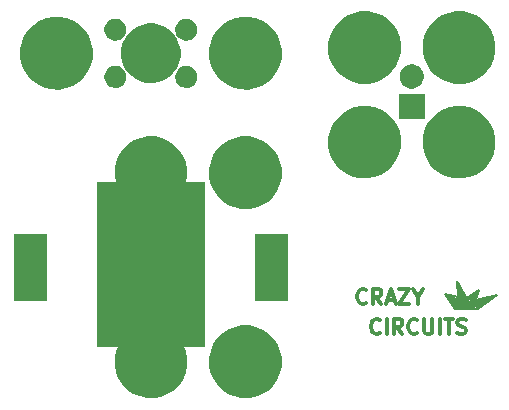
<source format=gts>
%TF.GenerationSoftware,KiCad,Pcbnew,4.0.4+e1-6308~48~ubuntu16.04.1-stable*%
%TF.CreationDate,2016-12-29T12:41:29-08:00*%
%TF.ProjectId,LegoLED-Button-Battery,4C65676F4C45442D427574746F6E2D42,rev?*%
%TF.FileFunction,Soldermask,Top*%
%FSLAX46Y46*%
G04 Gerber Fmt 4.6, Leading zero omitted, Abs format (unit mm)*
G04 Created by KiCad (PCBNEW 4.0.4+e1-6308~48~ubuntu16.04.1-stable) date Thu Dec 29 12:41:29 2016*
%MOMM*%
%LPD*%
G01*
G04 APERTURE LIST*
%ADD10C,0.350000*%
%ADD11C,0.317500*%
%ADD12C,0.152400*%
%ADD13C,0.254000*%
G04 APERTURE END LIST*
D10*
D11*
X176723524Y-113102571D02*
X176663048Y-113163048D01*
X176481619Y-113223524D01*
X176360667Y-113223524D01*
X176179239Y-113163048D01*
X176058286Y-113042095D01*
X175997810Y-112921143D01*
X175937334Y-112679238D01*
X175937334Y-112497810D01*
X175997810Y-112255905D01*
X176058286Y-112134952D01*
X176179239Y-112014000D01*
X176360667Y-111953524D01*
X176481619Y-111953524D01*
X176663048Y-112014000D01*
X176723524Y-112074476D01*
X177267810Y-113223524D02*
X177267810Y-111953524D01*
X178598286Y-113223524D02*
X178174953Y-112618762D01*
X177872572Y-113223524D02*
X177872572Y-111953524D01*
X178356381Y-111953524D01*
X178477334Y-112014000D01*
X178537810Y-112074476D01*
X178598286Y-112195429D01*
X178598286Y-112376857D01*
X178537810Y-112497810D01*
X178477334Y-112558286D01*
X178356381Y-112618762D01*
X177872572Y-112618762D01*
X179868286Y-113102571D02*
X179807810Y-113163048D01*
X179626381Y-113223524D01*
X179505429Y-113223524D01*
X179324001Y-113163048D01*
X179203048Y-113042095D01*
X179142572Y-112921143D01*
X179082096Y-112679238D01*
X179082096Y-112497810D01*
X179142572Y-112255905D01*
X179203048Y-112134952D01*
X179324001Y-112014000D01*
X179505429Y-111953524D01*
X179626381Y-111953524D01*
X179807810Y-112014000D01*
X179868286Y-112074476D01*
X180412572Y-111953524D02*
X180412572Y-112981619D01*
X180473048Y-113102571D01*
X180533524Y-113163048D01*
X180654477Y-113223524D01*
X180896381Y-113223524D01*
X181017334Y-113163048D01*
X181077810Y-113102571D01*
X181138286Y-112981619D01*
X181138286Y-111953524D01*
X181743048Y-113223524D02*
X181743048Y-111953524D01*
X182166381Y-111953524D02*
X182892096Y-111953524D01*
X182529239Y-113223524D02*
X182529239Y-111953524D01*
X183254953Y-113163048D02*
X183436381Y-113223524D01*
X183738762Y-113223524D01*
X183859715Y-113163048D01*
X183920191Y-113102571D01*
X183980667Y-112981619D01*
X183980667Y-112860667D01*
X183920191Y-112739714D01*
X183859715Y-112679238D01*
X183738762Y-112618762D01*
X183496858Y-112558286D01*
X183375905Y-112497810D01*
X183315429Y-112437333D01*
X183254953Y-112316381D01*
X183254953Y-112195429D01*
X183315429Y-112074476D01*
X183375905Y-112014000D01*
X183496858Y-111953524D01*
X183799238Y-111953524D01*
X183980667Y-112014000D01*
X175547262Y-110562571D02*
X175486786Y-110623048D01*
X175305357Y-110683524D01*
X175184405Y-110683524D01*
X175002977Y-110623048D01*
X174882024Y-110502095D01*
X174821548Y-110381143D01*
X174761072Y-110139238D01*
X174761072Y-109957810D01*
X174821548Y-109715905D01*
X174882024Y-109594952D01*
X175002977Y-109474000D01*
X175184405Y-109413524D01*
X175305357Y-109413524D01*
X175486786Y-109474000D01*
X175547262Y-109534476D01*
X176817262Y-110683524D02*
X176393929Y-110078762D01*
X176091548Y-110683524D02*
X176091548Y-109413524D01*
X176575357Y-109413524D01*
X176696310Y-109474000D01*
X176756786Y-109534476D01*
X176817262Y-109655429D01*
X176817262Y-109836857D01*
X176756786Y-109957810D01*
X176696310Y-110018286D01*
X176575357Y-110078762D01*
X176091548Y-110078762D01*
X177301072Y-110320667D02*
X177905834Y-110320667D01*
X177180119Y-110683524D02*
X177603453Y-109413524D01*
X178026786Y-110683524D01*
X178329167Y-109413524D02*
X179175833Y-109413524D01*
X178329167Y-110683524D01*
X179175833Y-110683524D01*
X179901548Y-110078762D02*
X179901548Y-110683524D01*
X179478214Y-109413524D02*
X179901548Y-110078762D01*
X180324881Y-109413524D01*
D12*
X186118500Y-110045500D02*
X184975500Y-110998000D01*
X184785000Y-110998000D02*
X186118500Y-110045500D01*
X185737500Y-110172500D02*
X184785000Y-110998000D01*
X184658000Y-110934500D02*
X185737500Y-110172500D01*
X185547000Y-110236000D02*
X184658000Y-110934500D01*
X184404000Y-110998000D02*
X185547000Y-110236000D01*
X185229500Y-110363000D02*
X184404000Y-110998000D01*
X184277000Y-110934500D02*
X185229500Y-110363000D01*
X185039000Y-110363000D02*
X184277000Y-110934500D01*
X184277000Y-110807500D02*
X185039000Y-110363000D01*
X184785000Y-110363000D02*
X184277000Y-110807500D01*
X184213500Y-110680500D02*
X184785000Y-110363000D01*
X184785000Y-110172500D02*
X184213500Y-110680500D01*
X184785000Y-110045500D02*
X184150000Y-110553500D01*
X184912000Y-109855000D02*
X184086500Y-110426500D01*
X184912000Y-109728000D02*
X184086500Y-110299500D01*
D13*
X183070500Y-110934500D02*
X182435500Y-110045500D01*
D12*
X184975500Y-111061500D02*
X183007000Y-111061500D01*
X186563000Y-109918500D02*
X184975500Y-111061500D01*
X184785000Y-110363000D02*
X186563000Y-109918500D01*
X185102500Y-109474000D02*
X184785000Y-110363000D01*
X184023000Y-110172500D02*
X185102500Y-109474000D01*
X183197500Y-108712000D02*
X184023000Y-110236000D01*
X183261000Y-110109000D02*
X183197500Y-108712000D01*
X182181500Y-109855000D02*
X183261000Y-110109000D01*
X183007000Y-111061500D02*
X182181500Y-109855000D01*
D13*
X183261000Y-110934500D02*
X182626000Y-110045500D01*
X183451500Y-110934500D02*
X182880000Y-110109000D01*
X183578500Y-110934500D02*
X183134000Y-110172500D01*
X183832500Y-110934500D02*
X183388000Y-110109000D01*
X184023000Y-110934500D02*
X183451500Y-109855000D01*
X184213500Y-110934500D02*
X183324500Y-109220000D01*
X183388000Y-109918500D02*
X183324500Y-109093000D01*
D10*
G36*
X157624310Y-96493847D02*
X158215255Y-96615151D01*
X158771398Y-96848932D01*
X159271534Y-97186278D01*
X159696621Y-97614343D01*
X160030466Y-98116821D01*
X160260356Y-98674576D01*
X160377464Y-99266014D01*
X160377464Y-99266024D01*
X160377531Y-99266363D01*
X160367910Y-99955416D01*
X160367833Y-99955754D01*
X160367833Y-99955762D01*
X160295135Y-100275745D01*
X160293961Y-100289992D01*
X160296802Y-100304001D01*
X160303434Y-100316665D01*
X160313331Y-100326979D01*
X160325710Y-100334128D01*
X160344673Y-100337800D01*
X161881400Y-100337800D01*
X161881400Y-114290200D01*
X160177812Y-114290200D01*
X160163659Y-114292211D01*
X160150628Y-114298086D01*
X160139748Y-114307358D01*
X160131883Y-114319294D01*
X160127654Y-114332949D01*
X160127397Y-114347242D01*
X160130845Y-114360358D01*
X160260356Y-114674576D01*
X160377464Y-115266014D01*
X160377464Y-115266024D01*
X160377531Y-115266363D01*
X160367910Y-115955416D01*
X160367833Y-115955754D01*
X160367833Y-115955762D01*
X160234257Y-116543701D01*
X159988885Y-117094816D01*
X159641137Y-117587778D01*
X159204262Y-118003809D01*
X158694900Y-118327061D01*
X158132454Y-118545219D01*
X157538347Y-118649976D01*
X156935203Y-118637342D01*
X156346000Y-118507797D01*
X155793182Y-118266277D01*
X155297807Y-117921982D01*
X154878737Y-117488023D01*
X154551938Y-116980930D01*
X154329856Y-116420014D01*
X154220955Y-115826658D01*
X154229377Y-115223441D01*
X154354806Y-114633347D01*
X154471528Y-114361012D01*
X154475255Y-114347212D01*
X154474989Y-114332920D01*
X154470752Y-114319267D01*
X154462880Y-114307335D01*
X154451995Y-114298069D01*
X154438960Y-114292203D01*
X154424836Y-114290200D01*
X152729000Y-114290200D01*
X152729000Y-100337800D01*
X154253795Y-100337800D01*
X154267948Y-100335789D01*
X154280979Y-100329914D01*
X154291859Y-100320642D01*
X154299724Y-100308706D01*
X154303953Y-100295051D01*
X154303760Y-100277830D01*
X154220955Y-99826658D01*
X154229377Y-99223441D01*
X154354806Y-98633347D01*
X154592459Y-98078858D01*
X154933291Y-97581088D01*
X155364312Y-97159000D01*
X155869113Y-96828668D01*
X156428459Y-96602677D01*
X157021045Y-96489636D01*
X157624310Y-96493847D01*
X157624310Y-96493847D01*
G37*
G36*
X165624310Y-112493847D02*
X166215255Y-112615151D01*
X166771398Y-112848932D01*
X167271534Y-113186278D01*
X167696621Y-113614343D01*
X168030466Y-114116821D01*
X168260356Y-114674576D01*
X168377464Y-115266014D01*
X168377464Y-115266024D01*
X168377531Y-115266363D01*
X168367910Y-115955416D01*
X168367833Y-115955754D01*
X168367833Y-115955762D01*
X168234257Y-116543701D01*
X167988885Y-117094816D01*
X167641137Y-117587778D01*
X167204262Y-118003809D01*
X166694900Y-118327061D01*
X166132454Y-118545219D01*
X165538347Y-118649976D01*
X164935203Y-118637342D01*
X164346000Y-118507797D01*
X163793182Y-118266277D01*
X163297807Y-117921982D01*
X162878737Y-117488023D01*
X162551938Y-116980930D01*
X162329856Y-116420014D01*
X162220955Y-115826658D01*
X162229377Y-115223441D01*
X162354806Y-114633347D01*
X162592459Y-114078858D01*
X162933291Y-113581088D01*
X163364312Y-113159000D01*
X163869113Y-112828668D01*
X164428459Y-112602677D01*
X165021045Y-112489636D01*
X165624310Y-112493847D01*
X165624310Y-112493847D01*
G37*
G36*
X148477400Y-110424200D02*
X145725000Y-110424200D01*
X145725000Y-104711800D01*
X148477400Y-104711800D01*
X148477400Y-110424200D01*
X148477400Y-110424200D01*
G37*
G36*
X168877400Y-110424200D02*
X166125000Y-110424200D01*
X166125000Y-104711800D01*
X168877400Y-104711800D01*
X168877400Y-110424200D01*
X168877400Y-110424200D01*
G37*
G36*
X165624310Y-96493847D02*
X166215255Y-96615151D01*
X166771398Y-96848932D01*
X167271534Y-97186278D01*
X167696621Y-97614343D01*
X168030466Y-98116821D01*
X168260356Y-98674576D01*
X168377464Y-99266014D01*
X168377464Y-99266024D01*
X168377531Y-99266363D01*
X168367910Y-99955416D01*
X168367833Y-99955754D01*
X168367833Y-99955762D01*
X168234257Y-100543701D01*
X167988885Y-101094816D01*
X167641137Y-101587778D01*
X167204262Y-102003809D01*
X166694900Y-102327061D01*
X166132454Y-102545219D01*
X165538347Y-102649976D01*
X164935203Y-102637342D01*
X164346000Y-102507797D01*
X163793182Y-102266277D01*
X163297807Y-101921982D01*
X162878737Y-101488023D01*
X162551938Y-100980930D01*
X162329856Y-100420014D01*
X162220955Y-99826658D01*
X162229377Y-99223441D01*
X162354806Y-98633347D01*
X162592459Y-98078858D01*
X162933291Y-97581088D01*
X163364312Y-97159000D01*
X163869113Y-96828668D01*
X164428459Y-96602677D01*
X165021045Y-96489636D01*
X165624310Y-96493847D01*
X165624310Y-96493847D01*
G37*
G36*
X183711110Y-93890347D02*
X184302055Y-94011651D01*
X184858198Y-94245432D01*
X185358334Y-94582778D01*
X185783421Y-95010843D01*
X186117266Y-95513321D01*
X186347156Y-96071076D01*
X186464264Y-96662514D01*
X186464264Y-96662524D01*
X186464331Y-96662863D01*
X186454710Y-97351916D01*
X186454633Y-97352254D01*
X186454633Y-97352262D01*
X186321057Y-97940201D01*
X186075685Y-98491316D01*
X185727937Y-98984278D01*
X185291062Y-99400309D01*
X184781700Y-99723561D01*
X184219254Y-99941719D01*
X183625147Y-100046476D01*
X183022003Y-100033842D01*
X182432800Y-99904297D01*
X181879982Y-99662777D01*
X181384607Y-99318482D01*
X180965537Y-98884523D01*
X180638738Y-98377430D01*
X180416656Y-97816514D01*
X180307755Y-97223158D01*
X180316177Y-96619941D01*
X180441606Y-96029847D01*
X180679259Y-95475358D01*
X181020091Y-94977588D01*
X181451112Y-94555500D01*
X181955913Y-94225168D01*
X182515259Y-93999177D01*
X183107845Y-93886136D01*
X183711110Y-93890347D01*
X183711110Y-93890347D01*
G37*
G36*
X175711110Y-93890347D02*
X176302055Y-94011651D01*
X176858198Y-94245432D01*
X177358334Y-94582778D01*
X177783421Y-95010843D01*
X178117266Y-95513321D01*
X178347156Y-96071076D01*
X178464264Y-96662514D01*
X178464264Y-96662524D01*
X178464331Y-96662863D01*
X178454710Y-97351916D01*
X178454633Y-97352254D01*
X178454633Y-97352262D01*
X178321057Y-97940201D01*
X178075685Y-98491316D01*
X177727937Y-98984278D01*
X177291062Y-99400309D01*
X176781700Y-99723561D01*
X176219254Y-99941719D01*
X175625147Y-100046476D01*
X175022003Y-100033842D01*
X174432800Y-99904297D01*
X173879982Y-99662777D01*
X173384607Y-99318482D01*
X172965537Y-98884523D01*
X172638738Y-98377430D01*
X172416656Y-97816514D01*
X172307755Y-97223158D01*
X172316177Y-96619941D01*
X172441606Y-96029847D01*
X172679259Y-95475358D01*
X173020091Y-94977588D01*
X173451112Y-94555500D01*
X173955913Y-94225168D01*
X174515259Y-93999177D01*
X175107845Y-93886136D01*
X175711110Y-93890347D01*
X175711110Y-93890347D01*
G37*
G36*
X180464200Y-94990700D02*
X178311800Y-94990700D01*
X178311800Y-92938300D01*
X180464200Y-92938300D01*
X180464200Y-94990700D01*
X180464200Y-94990700D01*
G37*
G36*
X149620311Y-86368248D02*
X150211256Y-86489552D01*
X150767399Y-86723333D01*
X151267535Y-87060679D01*
X151692622Y-87488744D01*
X152026467Y-87991222D01*
X152256357Y-88548977D01*
X152373465Y-89140415D01*
X152373465Y-89140425D01*
X152373532Y-89140764D01*
X152363911Y-89829817D01*
X152363834Y-89830155D01*
X152363834Y-89830163D01*
X152230258Y-90418102D01*
X151984886Y-90969217D01*
X151637138Y-91462179D01*
X151200263Y-91878210D01*
X150690901Y-92201462D01*
X150128455Y-92419620D01*
X149534348Y-92524377D01*
X148931204Y-92511743D01*
X148342001Y-92382198D01*
X147789183Y-92140678D01*
X147293808Y-91796383D01*
X146874738Y-91362424D01*
X146547939Y-90855331D01*
X146325857Y-90294415D01*
X146216956Y-89701059D01*
X146225378Y-89097842D01*
X146350807Y-88507748D01*
X146588460Y-87953259D01*
X146929292Y-87455489D01*
X147360313Y-87033401D01*
X147865114Y-86703069D01*
X148424460Y-86477078D01*
X149017046Y-86364037D01*
X149620311Y-86368248D01*
X149620311Y-86368248D01*
G37*
G36*
X165620311Y-86368248D02*
X166211256Y-86489552D01*
X166767399Y-86723333D01*
X167267535Y-87060679D01*
X167692622Y-87488744D01*
X168026467Y-87991222D01*
X168256357Y-88548977D01*
X168373465Y-89140415D01*
X168373465Y-89140425D01*
X168373532Y-89140764D01*
X168363911Y-89829817D01*
X168363834Y-89830155D01*
X168363834Y-89830163D01*
X168230258Y-90418102D01*
X167984886Y-90969217D01*
X167637138Y-91462179D01*
X167200263Y-91878210D01*
X166690901Y-92201462D01*
X166128455Y-92419620D01*
X165534348Y-92524377D01*
X164931204Y-92511743D01*
X164342001Y-92382198D01*
X163789183Y-92140678D01*
X163293808Y-91796383D01*
X162874738Y-91362424D01*
X162547939Y-90855331D01*
X162325857Y-90294415D01*
X162216956Y-89701059D01*
X162225378Y-89097842D01*
X162350807Y-88507748D01*
X162588460Y-87953259D01*
X162929292Y-87455489D01*
X163360313Y-87033401D01*
X163865114Y-86703069D01*
X164424460Y-86477078D01*
X165017046Y-86364037D01*
X165620311Y-86368248D01*
X165620311Y-86368248D01*
G37*
G36*
X179495790Y-90398981D02*
X179692921Y-90439447D01*
X179878451Y-90517437D01*
X180045292Y-90629973D01*
X180187098Y-90772772D01*
X180298466Y-90940395D01*
X180375156Y-91126458D01*
X180414176Y-91323527D01*
X180414176Y-91323532D01*
X180414244Y-91323876D01*
X180411034Y-91553739D01*
X180410957Y-91554077D01*
X180410957Y-91554086D01*
X180366449Y-91749990D01*
X180284596Y-91933835D01*
X180168588Y-92098286D01*
X180022850Y-92237071D01*
X179852931Y-92344905D01*
X179665299Y-92417682D01*
X179467112Y-92452628D01*
X179265905Y-92448413D01*
X179069351Y-92405199D01*
X178884933Y-92324628D01*
X178719682Y-92209775D01*
X178579882Y-92065009D01*
X178470864Y-91895845D01*
X178396777Y-91708724D01*
X178360449Y-91510788D01*
X178363258Y-91309558D01*
X178405102Y-91112705D01*
X178484380Y-90927732D01*
X178598080Y-90761678D01*
X178741865Y-90620873D01*
X178910265Y-90510676D01*
X179096860Y-90435286D01*
X179294540Y-90397577D01*
X179495790Y-90398981D01*
X179495790Y-90398981D01*
G37*
G36*
X160387887Y-90531016D02*
X160565808Y-90567538D01*
X160733259Y-90637928D01*
X160883842Y-90739498D01*
X161011830Y-90868382D01*
X161112344Y-91019670D01*
X161181563Y-91187606D01*
X161216773Y-91365428D01*
X161216773Y-91365443D01*
X161216840Y-91365782D01*
X161213943Y-91573246D01*
X161213867Y-91573580D01*
X161213867Y-91573593D01*
X161173703Y-91750373D01*
X161099827Y-91916303D01*
X160995124Y-92064728D01*
X160863586Y-92189989D01*
X160710224Y-92287317D01*
X160540880Y-92353001D01*
X160362004Y-92384542D01*
X160180405Y-92380737D01*
X160003003Y-92341733D01*
X159836556Y-92269014D01*
X159687408Y-92165354D01*
X159561232Y-92034695D01*
X159462837Y-91882014D01*
X159395969Y-91713128D01*
X159363182Y-91534481D01*
X159365717Y-91352860D01*
X159403483Y-91175189D01*
X159475036Y-91008241D01*
X159577656Y-90858369D01*
X159707430Y-90731285D01*
X159859420Y-90631826D01*
X160027832Y-90563783D01*
X160206249Y-90529748D01*
X160387887Y-90531016D01*
X160387887Y-90531016D01*
G37*
G36*
X154387887Y-90531016D02*
X154565808Y-90567538D01*
X154733259Y-90637928D01*
X154883842Y-90739498D01*
X155011830Y-90868382D01*
X155112344Y-91019670D01*
X155181563Y-91187606D01*
X155216773Y-91365428D01*
X155216773Y-91365443D01*
X155216840Y-91365782D01*
X155213943Y-91573246D01*
X155213867Y-91573580D01*
X155213867Y-91573593D01*
X155173703Y-91750373D01*
X155099827Y-91916303D01*
X154995124Y-92064728D01*
X154863586Y-92189989D01*
X154710224Y-92287317D01*
X154540880Y-92353001D01*
X154362004Y-92384542D01*
X154180405Y-92380737D01*
X154003003Y-92341733D01*
X153836556Y-92269014D01*
X153687408Y-92165354D01*
X153561232Y-92034695D01*
X153462837Y-91882014D01*
X153395969Y-91713128D01*
X153363182Y-91534481D01*
X153365717Y-91352860D01*
X153403483Y-91175189D01*
X153475036Y-91008241D01*
X153577656Y-90858369D01*
X153707430Y-90731285D01*
X153859420Y-90631826D01*
X154027832Y-90563783D01*
X154206249Y-90529748D01*
X154387887Y-90531016D01*
X154387887Y-90531016D01*
G37*
G36*
X183711110Y-85890347D02*
X184302055Y-86011651D01*
X184858198Y-86245432D01*
X185358334Y-86582778D01*
X185783421Y-87010843D01*
X186117266Y-87513321D01*
X186347156Y-88071076D01*
X186464264Y-88662514D01*
X186464264Y-88662524D01*
X186464331Y-88662863D01*
X186454710Y-89351916D01*
X186454633Y-89352254D01*
X186454633Y-89352262D01*
X186321057Y-89940201D01*
X186075685Y-90491316D01*
X185727937Y-90984278D01*
X185291062Y-91400309D01*
X184781700Y-91723561D01*
X184219254Y-91941719D01*
X183625147Y-92046476D01*
X183022003Y-92033842D01*
X182432800Y-91904297D01*
X181879982Y-91662777D01*
X181384607Y-91318482D01*
X180965537Y-90884523D01*
X180638738Y-90377430D01*
X180416656Y-89816514D01*
X180307755Y-89223158D01*
X180316177Y-88619941D01*
X180441606Y-88029847D01*
X180679259Y-87475358D01*
X181020091Y-86977588D01*
X181451112Y-86555500D01*
X181955913Y-86225168D01*
X182515259Y-85999177D01*
X183107845Y-85886136D01*
X183711110Y-85890347D01*
X183711110Y-85890347D01*
G37*
G36*
X175711110Y-85890347D02*
X176302055Y-86011651D01*
X176858198Y-86245432D01*
X177358334Y-86582778D01*
X177783421Y-87010843D01*
X178117266Y-87513321D01*
X178347156Y-88071076D01*
X178464264Y-88662514D01*
X178464264Y-88662524D01*
X178464331Y-88662863D01*
X178454710Y-89351916D01*
X178454633Y-89352254D01*
X178454633Y-89352262D01*
X178321057Y-89940201D01*
X178075685Y-90491316D01*
X177727937Y-90984278D01*
X177291062Y-91400309D01*
X176781700Y-91723561D01*
X176219254Y-91941719D01*
X175625147Y-92046476D01*
X175022003Y-92033842D01*
X174432800Y-91904297D01*
X173879982Y-91662777D01*
X173384607Y-91318482D01*
X172965537Y-90884523D01*
X172638738Y-90377430D01*
X172416656Y-89816514D01*
X172307755Y-89223158D01*
X172316177Y-88619941D01*
X172441606Y-88029847D01*
X172679259Y-87475358D01*
X173020091Y-86977588D01*
X173451112Y-86555500D01*
X173955913Y-86225168D01*
X174515259Y-85999177D01*
X175107845Y-85886136D01*
X175711110Y-85890347D01*
X175711110Y-85890347D01*
G37*
G36*
X157561492Y-86927874D02*
X158044859Y-87027096D01*
X158499761Y-87218319D01*
X158908851Y-87494254D01*
X159256554Y-87844392D01*
X159529625Y-88255398D01*
X159717665Y-88711617D01*
X159813441Y-89195326D01*
X159813441Y-89195331D01*
X159813509Y-89195675D01*
X159805639Y-89759290D01*
X159805562Y-89759628D01*
X159805562Y-89759637D01*
X159696317Y-90240484D01*
X159495613Y-90691271D01*
X159211170Y-91094494D01*
X158853825Y-91434789D01*
X158437190Y-91699195D01*
X157977129Y-91877640D01*
X157491178Y-91963327D01*
X156997831Y-91952992D01*
X156515888Y-91847030D01*
X156063706Y-91649477D01*
X155658511Y-91367859D01*
X155315730Y-91012899D01*
X155048422Y-90598117D01*
X154866767Y-90139312D01*
X154777691Y-89653972D01*
X154784580Y-89160567D01*
X154887176Y-88677895D01*
X155081566Y-88224346D01*
X155360352Y-87817191D01*
X155712909Y-87471941D01*
X156125814Y-87201744D01*
X156583337Y-87016892D01*
X157068045Y-86924430D01*
X157561492Y-86927874D01*
X157561492Y-86927874D01*
G37*
G36*
X160387887Y-86531016D02*
X160565808Y-86567538D01*
X160733259Y-86637928D01*
X160883842Y-86739498D01*
X161011830Y-86868382D01*
X161112344Y-87019670D01*
X161181563Y-87187606D01*
X161216773Y-87365428D01*
X161216773Y-87365443D01*
X161216840Y-87365782D01*
X161213943Y-87573246D01*
X161213867Y-87573580D01*
X161213867Y-87573593D01*
X161173703Y-87750373D01*
X161099827Y-87916303D01*
X160995124Y-88064728D01*
X160863586Y-88189989D01*
X160710224Y-88287317D01*
X160540880Y-88353001D01*
X160362004Y-88384542D01*
X160180405Y-88380737D01*
X160003003Y-88341733D01*
X159836556Y-88269014D01*
X159687408Y-88165354D01*
X159561232Y-88034695D01*
X159462837Y-87882014D01*
X159395969Y-87713128D01*
X159363182Y-87534481D01*
X159365717Y-87352860D01*
X159403483Y-87175189D01*
X159475036Y-87008241D01*
X159577656Y-86858369D01*
X159707430Y-86731285D01*
X159859420Y-86631826D01*
X160027832Y-86563783D01*
X160206249Y-86529748D01*
X160387887Y-86531016D01*
X160387887Y-86531016D01*
G37*
G36*
X154387887Y-86531016D02*
X154565808Y-86567538D01*
X154733259Y-86637928D01*
X154883842Y-86739498D01*
X155011830Y-86868382D01*
X155112344Y-87019670D01*
X155181563Y-87187606D01*
X155216773Y-87365428D01*
X155216773Y-87365443D01*
X155216840Y-87365782D01*
X155213943Y-87573246D01*
X155213867Y-87573580D01*
X155213867Y-87573593D01*
X155173703Y-87750373D01*
X155099827Y-87916303D01*
X154995124Y-88064728D01*
X154863586Y-88189989D01*
X154710224Y-88287317D01*
X154540880Y-88353001D01*
X154362004Y-88384542D01*
X154180405Y-88380737D01*
X154003003Y-88341733D01*
X153836556Y-88269014D01*
X153687408Y-88165354D01*
X153561232Y-88034695D01*
X153462837Y-87882014D01*
X153395969Y-87713128D01*
X153363182Y-87534481D01*
X153365717Y-87352860D01*
X153403483Y-87175189D01*
X153475036Y-87008241D01*
X153577656Y-86858369D01*
X153707430Y-86731285D01*
X153859420Y-86631826D01*
X154027832Y-86563783D01*
X154206249Y-86529748D01*
X154387887Y-86531016D01*
X154387887Y-86531016D01*
G37*
M02*

</source>
